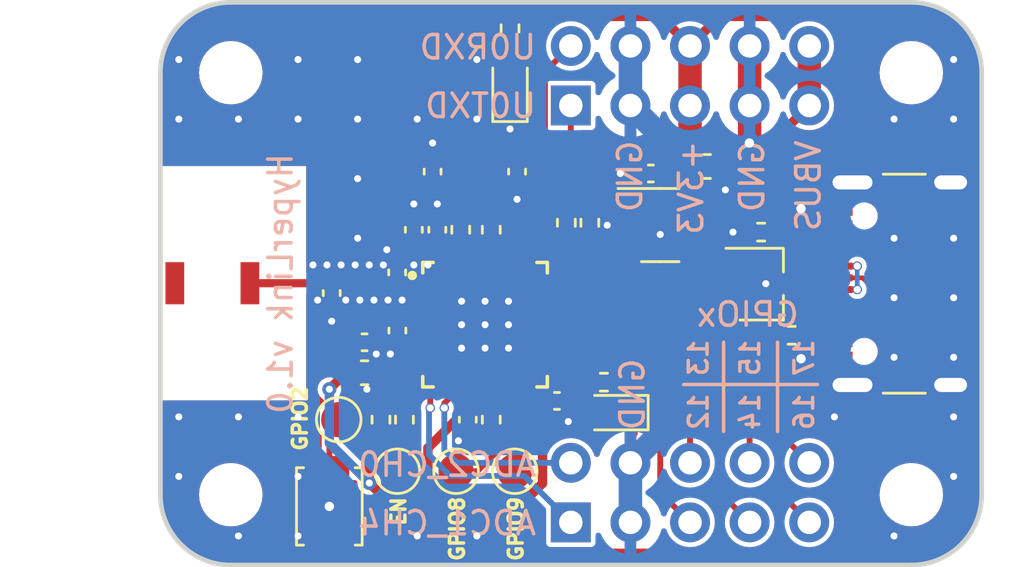
<source format=kicad_pcb>
(kicad_pcb (version 20221018) (generator pcbnew)
  (layers (0 "F.Cu" signal) (31 "B.Cu" signal) (34 "B.Paste" user) (35 "F.Paste" user) (36 "B.SilkS" user "B.Silkscreen") (37 "F.SilkS" user "F.Silkscreen") (38 "B.Mask" user) (39 "F.Mask" user) (44 "Edge.Cuts" user))
  (net 0 "")
  (net 1 "+3V3")
  (net 4 "VBUS")
  (net 5 "GND")
  (net 11 "/USB_D-")
  (net 12 "/USB_D+")
  (net 14 "/GPIO9")
  (net 15 "/GPIO2")
  (net 16 "/EN")
  (net 17 "/RF")
  (net 18 "/ANT")
  (net 19 "/GPIO8")
  (net 20 "/XTAL_P")
  (net 21 "/XTAL_N")
  (net 22 "/XTAL_P_RES")
  (net 23 "/VDD3P3")
  (net 24 "/U0RXD")
  (net 25 "/U0TXD")
  (net 26 "/GPIO12")
  (net 27 "/GPIO13")
  (net 28 "/GPIO14")
  (net 29 "/GPIO15")
  (net 30 "/GPIO16")
  (net 31 "/GPIO17")
  (net 32 "/ADC1_CH4")
  (net 33 "/ADC2_CH0")
  (net 34 "/U0TXD_RES")
  (net 35 "/CC1")
  (net 36 "/CC2")
  (net 38 "/LDO_EN")
  (net 39 "/STATUS_LED_RES")
  (net 40 "/POWER_LED_RES")
  (net 41 "/STATUS_LED")
  (footprint "Package_TO_SOT_SMD:SOT-23-5" (layer "F.Cu") (at 140.3 79.5)
    (fp_text reference "U3" hide)
    (fp_text value "MIC5504-3.3YM5" hide)
  )
  (footprint "Resistor_SMD:R_0402_1005Metric" (layer "F.Cu") (at 144.6 79.8 180)
    (fp_text reference "R7" hide)
    (fp_text value "5k1" hide)
  )
  (footprint "TestPoint:TestPoint_Pad_D1.5mm" (layer "F.Cu") (at 126.6 87.8)
    (fp_text reference "TP4" hide)
    (fp_text value "GPIO2" hide)
  )
  (footprint "MountingHole:MountingHole_2.2mm_M2" (layer "F.Cu") (at 122 73)
    (fp_text reference "H3" hide)
    (fp_text value "MountingHole" hide)
  )
  (footprint "Resistor_SMD:R_0402_1005Metric" (layer "F.Cu") (at 129.4 87.8 90)
    (fp_text reference "R4" hide)
    (fp_text value "10k" hide)
  )
  (footprint "Capacitor_SMD:C_0402_1005Metric" (layer "F.Cu") (at 135.9 87)
    (fp_text reference "C2" hide)
    (fp_text value "100n" hide)
  )
  (footprint "MountingHole:MountingHole_2.2mm_M2" (layer "F.Cu") (at 151 73)
    (fp_text reference "H2" hide)
    (fp_text value "MountingHole" hide)
  )
  (footprint "Resistor_SMD:R_0402_1005Metric" (layer "F.Cu") (at 145.9 84.2 180)
    (fp_text reference "R8" hide)
    (fp_text value "5k1" hide)
  )
  (footprint "Capacitor_SMD:C_0402_1005Metric" (layer "F.Cu") (at 130.6 77.22 90)
    (fp_text reference "C5" hide)
    (fp_text value "10pF" hide)
  )
  (footprint "Capacitor_SMD:C_0603_1608Metric" (layer "F.Cu") (at 142.3 77)
    (fp_text reference "C7" hide)
    (fp_text value "10u" hide)
  )
  (footprint "TestPoint:TestPoint_Pad_D1.5mm" (layer "F.Cu") (at 134.1 90)
    (fp_text reference "TP2" hide)
    (fp_text value "GPIO9" hide)
  )
  (footprint "Capacitor_SMD:C_0603_1608Metric" (layer "F.Cu") (at 127.7 85.8)
    (fp_text reference "C18" hide)
    (fp_text value "10u" hide)
  )
  (footprint "Capacitor_SMD:C_0402_1005Metric" (layer "F.Cu") (at 126.3 82.4 -90)
    (fp_text reference "C14" hide)
    (fp_text value "4p" hide)
  )
  (footprint "Capacitor_SMD:C_0402_1005Metric" (layer "F.Cu") (at 130.8 79.7 90)
    (fp_text reference "C4" hide)
    (fp_text value "1u" hide)
  )
  (footprint "Capacitor_SMD:C_0402_1005Metric" (layer "F.Cu") (at 129.09 81.52 90)
    (fp_text reference "C1" hide)
    (fp_text value "4.7p" hide)
  )
  (footprint "Inductor_SMD:L_0402_1005Metric" (layer "F.Cu") (at 127.7 81.95)
    (fp_text reference "L1" hide)
    (fp_text value "1.8nH" hide)
  )
  (footprint "Resistor_SMD:R_0402_1005Metric" (layer "F.Cu") (at 136.3 79.4 -90)
    (fp_text reference "R9" hide)
    (fp_text value "1k5" hide)
  )
  (footprint "Capacitor_SMD:C_0402_1005Metric" (layer "F.Cu") (at 134.2 77.22 -90)
    (fp_text reference "C6" hide)
    (fp_text value "10pF" hide)
  )
  (footprint "Inductor_SMD:L_0402_1005Metric" (layer "F.Cu") (at 127.7 83.5)
    (fp_text reference "L2" hide)
    (fp_text value "2n" hide)
  )
  (footprint "TestPoint:TestPoint_Pad_D1.5mm" (layer "F.Cu") (at 131.6 90)
    (fp_text reference "TP3" hide)
    (fp_text value "GPIO8" hide)
  )
  (footprint "Resistor_SMD:R_0402_1005Metric" (layer "F.Cu") (at 137.3 79.4 90)
    (fp_text reference "R10" hide)
    (fp_text value "10k" hide)
  )
  (footprint "Connector_USB:USB_C_Receptacle_GCT_USB4105-xx-A_16P_TopMnt_Horizontal" (layer "F.Cu") (at 151.6 82 90)
    (fp_text reference "J1" hide)
    (fp_text value "USB_C_Receptacle_USB2.0" hide)
  )
  (footprint "Capacitor_SMD:C_0402_1005Metric" (layer "F.Cu") (at 129.1 84 -90)
    (fp_text reference "C15" hide)
    (fp_text value "100n" hide)
  )
  (footprint "MountingHole:MountingHole_2.2mm_M2" (layer "F.Cu") (at 151 91)
    (fp_text reference "H1" hide)
    (fp_text value "MountingHole" hide)
  )
  (footprint "Connector_PinHeader_2.54mm:PinHeader_2x05_P2.54mm_Vertical" (layer "F.Cu") (at 136.49 92.18 90)
    (fp_text reference "J2" hide)
    (fp_text value "Conn_02x05_Odd_Even" hide)
  )
  (footprint "Connector_PinHeader_2.54mm:PinHeader_2x05_P2.54mm_Vertical" (layer "F.Cu") (at 136.49 74.4 90)
    (fp_text reference "J3" hide)
    (fp_text value "Conn_02x05_Odd_Even" hide)
  )
  (footprint "Resistor_SMD:R_0402_1005Metric" (layer "F.Cu") (at 137.9 86.2 180)
    (fp_text reference "R11" hide)
    (fp_text value "1k" hide)
  )
  (footprint "Capacitor_SMD:C_0402_1005Metric" (layer "F.Cu") (at 129.8 79.7 90)
    (fp_text reference "C3" hide)
    (fp_text value "10n" hide)
  )
  (footprint "Resistor_SMD:R_0402_1005Metric" (layer "F.Cu") (at 133.1 87.8 90)
    (fp_text reference "R2" hide)
    (fp_text value "10k" hide)
  )
  (footprint "Capacitor_SMD:C_0402_1005Metric" (layer "F.Cu") (at 139.9 77.3 180)
    (fp_text reference "C12" hide)
    (fp_text value "1u" hide)
  )
  (footprint "Resistor_SMD:R_0402_1005Metric" (layer "F.Cu") (at 128.4 87.8 90)
    (fp_text reference "R3" hide)
    (fp_text value "10k" hide)
  )
  (footprint "Resistor_SMD:R_0402_1005Metric" (layer "F.Cu") (at 131.8 79.7 -90)
    (fp_text reference "R6" hide)
    (fp_text value "0R" hide)
  )
  (footprint "Resistor_SMD:R_0402_1005Metric" (layer "F.Cu") (at 133.9 71.11 -90)
    (fp_text reference "R12" hide)
    (fp_text value "1k" hide)
  )
  (footprint "encyclopedia_galactica:ABM11W-30.0000MHZ-7-D1X-T3" (layer "F.Cu") (at 132.400001 77.4 180)
    (fp_text reference "Y1" hide)
    (fp_text value "ABM11W-40.0000MHZ-8-B1U-T3" hide)
  )
  (footprint "Capacitor_SMD:C_0402_1005Metric" (layer "F.Cu") (at 132.1 87.8 -90)
    (fp_text reference "C17" hide)
    (fp_text value "100n" hide)
  )
  (footprint "LED_SMD:LED_0603_1608Metric" (layer "F.Cu") (at 133.9 73.6 90)
    (fp_text reference "D2" hide)
    (fp_text value "LED" hide)
  )
  (footprint "MountingHole:MountingHole_2.2mm_M2" (layer "F.Cu") (at 122 91)
    (fp_text reference "H4" hide)
    (fp_text value "MountingHole" hide)
  )
  (footprint "Package_TO_SOT_SMD:TSOT-23" (layer "F.Cu") (at 144.6 82)
    (fp_text reference "U2" hide)
    (fp_text value "PESD2USB5UXT" hide)
  )
  (footprint "LED_SMD:LED_0603_1608Metric" (layer "F.Cu") (at 138.3 87.5 180)
    (fp_text reference "D1" hide)
    (fp_text value "LED" hide)
  )
  (footprint "encyclopedia_galactica:QFN32_5X5_EXP" (layer "F.Cu") (at 132.834851 83.7487)
    (fp_text reference "U1" hide)
    (fp_text value "ESP32-C3" hide)
  )
  (footprint "Capacitor_SMD:C_0402_1005Metric" (layer "F.Cu") (at 127.7 84.5)
    (fp_text reference "C16" hide)
    (fp_text value "100n" hide)
  )
  (footprint "TestPoint:TestPoint_Pad_D1.5mm" (layer "F.Cu") (at 129.1 90)
    (fp_text reference "TP1" hide)
    (fp_text value "EN" hide)
  )
  (footprint "Button_Switch_SMD:SW_SPST_B3U-1000P" (layer "F.Cu") (at 126.2 91.5 90)
    (fp_text reference "SW1" hide)
    (fp_text value "SW_Push" hide)
  )
  (footprint "encyclopedia_galactica:2108838-1" (layer "F.Cu") (at 118.715 81.98)
    (fp_text reference "AE1" hide)
    (fp_text value "2108838-1" hide)
  )
  (footprint "Resistor_SMD:R_0402_1005Metric" (layer "F.Cu") (at 133.1 79.7 -90)
    (fp_text reference "R5" hide)
    (fp_text value "500R" hide)
  )
  (gr_line (start 143 84.5) (end 143 88.3) (stroke (width 0.15)) (layer "B.SilkS"))
  (gr_line (start 145.3 84.5) (end 145.3 88.3) (stroke (width 0.15)) (layer "B.SilkS"))
  (gr_line (start 141.3 86.3) (end 147 86.3) (stroke (width 0.15)) (layer "B.SilkS"))
  (gr_line locked (start 122.000001 94) (end 151 94) (stroke (width 0.2)) (layer "Edge.Cuts"))
  (gr_arc locked (start 154.000002 91.000001) (mid 153.121322 93.121321) (end 151.000002 94.000001) (stroke (width 0.2)) (layer "Edge.Cuts"))
  (gr_line locked (start 119.000001 72.999999) (end 119 91) (stroke (width 0.2)) (layer "Edge.Cuts"))
  (gr_arc locked (start 151.000002 69.999999) (mid 153.121321 70.878679) (end 154.000002 72.999999) (stroke (width 0.2)) (layer "Edge.Cuts"))
  (gr_arc locked (start 122 94.000001) (mid 119.878673 93.121322) (end 119 91.000001) (stroke (width 0.2)) (layer "Edge.Cuts"))
  (gr_line locked (start 154.000003 73) (end 154.000002 91.000001) (stroke (width 0.2)) (layer "Edge.Cuts"))
  (gr_arc locked (start 119.000001 73) (mid 119.878674 70.878667) (end 122.000001 70) (stroke (width 0.2)) (layer "Edge.Cuts"))
  (gr_line locked (start 122.000001 70) (end 151 70) (stroke (width 0.2)) (layer "Edge.Cuts"))
  (gr_text "ADC1_CH4" (at 135.1 92.8) (layer "B.SilkS") (effects (font (size 1 1)) (justify left bottom mirror)))
  (gr_text "GND" (at 139.6 75.8 90) (layer "B.SilkS") (effects (font (size 1 1)) (justify left bottom mirror)))
  (gr_text "12" (at 142.4 86.6 90) (layer "B.SilkS") (effects (font (size 0.8 0.8)) (justify left bottom mirror)))
  (gr_text "GPIOx" (at 146.3 83.9) (layer "B.SilkS") (effects (font (size 1 1)) (justify left bottom mirror)))
  (gr_text "HyperLink v1.0" (at 124.7 76.35 90) (layer "B.SilkS") (effects (font (size 1 1)) (justify left bottom mirror)))
  (gr_text "17" (at 146.9 84.3 90) (layer "B.SilkS") (effects (font (size 0.8 0.8)) (justify left bottom mirror)))
  (gr_text "15" (at 144.6 84.3 90) (layer "B.SilkS") (effects (font (size 0.8 0.8)) (justify left bottom mirror)))
  (gr_text "13" (at 142.4 84.3 90) (layer "B.SilkS") (effects (font (size 0.8 0.8)) (justify left bottom mirror)))
  (gr_text "U0TXD" (at 135.1 75) (layer "B.SilkS") (effects (font (size 1 1)) (justify left bottom mirror)))
  (gr_text "16" (at 146.9 86.6 90) (layer "B.SilkS") (effects (font (size 0.8 0.8)) (justify left bottom mirror)))
  (gr_text "VBUS" (at 147.2 75.8 90) (layer "B.SilkS") (effects (font (size 1 1)) (justify left bottom mirror)))
  (gr_text "+3V3" (at 142.2 75.8 90) (layer "B.SilkS") (effects (font (size 1 1)) (justify left bottom mirror)))
  (gr_text "ADC2_CH0" (at 135.1 90.3) (layer "B.SilkS") (effects (font (size 1 1)) (justify left bottom mirror)))
  (gr_text "U0RXD" (at 135.1 72.5) (layer "B.SilkS") (effects (font (size 1 1)) (justify left bottom mirror)))
  (gr_text "GND" (at 139.7 85.1 90) (layer "B.SilkS") (effects (font (size 1 1)) (justify left bottom mirror)))
  (gr_text "14" (at 144.6 86.6 90) (layer "B.SilkS") (effects (font (size 0.8 0.8)) (justify left bottom mirror)))
  (gr_text "GND" (at 144.8 75.8 90) (layer "B.SilkS") (effects (font (size 1 1)) (justify left bottom mirror)))
  (gr_text "GPIO9" (at 134.5 93.9 90) (layer "F.SilkS") (effects (font (size 0.6 0.6)) (justify left bottom)))
  (gr_text "GPIO2" (at 125.3 89.2 90) (layer "F.SilkS") (effects (font (size 0.6 0.6)) (justify left bottom)))
  (gr_text "GPIO8" (at 132 93.9 90) (layer "F.SilkS") (effects (font (size 0.6 0.6)) (justify left bottom)))
  (gr_text "EN" (at 129.5 92.4 90) (layer "F.SilkS") (effects (font (size 0.6 0.6)) (justify left bottom)))
  (segment (start 132.11 87.32) (end 132.1 87.32) (width 0.4) (layer "F.Cu") (net 1))
  (segment (start 142.83 70.6) (end 147.325 70.6) (width 0.4) (layer "F.Cu") (net 1))
  (segment (start 132.08485 86.1974) (end 132.08485 87.30485) (width 0.4) (layer "F.Cu") (net 1))
  (segment (start 135.283551 90.516449) (end 133.878 91.922) (width 0.4) (layer "F.Cu") (net 1))
  (segment (start 126.9 85.8) (end 126.925 85.8) (width 0.4) (layer "F.Cu") (net 1))
  (segment (start 130.4 89.009562) (end 130.4 91.2) (width 0.4) (layer "F.Cu") (net 1))
  (segment (start 141.57 78.35) (end 141.4375 78.35) (width 1) (layer "F.Cu") (net 1))
  (segment (start 130.8 80.515149) (end 130.8 80.18) (width 0.4) (layer "F.Cu") (net 1))
  (segment (start 126.2 86.5) (end 126.9 85.8) (width 0.4) (layer "F.Cu") (net 1))
  (segment (start 127.22 84.5) (end 127.22 85.505) (width 0.4) (layer "F.Cu") (net 1))
  (segment (start 132.2 70.6) (end 128.963 73.837) (width 0.4) (layer "F.Cu") (net 1))
  (segment (start 141.57 74.4) (end 141.57 71.86) (width 1) (layer "F.Cu") (net 1))
  (segment (start 141.57 71.86) (end 140.31 70.6) (width 0.4) (layer "F.Cu") (net 1))
  (segment (start 141.57 74.4) (end 141.57 78.35) (width 1) (layer "F.Cu") (net 1))
  (segment (start 127.22 85.505) (end 126.925 85.8) (width 0.4) (layer "F.Cu") (net 1))
  (segment (start 147.325 70.6) (end 148.2 71.475) (width 0.4) (layer "F.Cu") (net 1))
  (segment (start 148.2 92.5) (end 147.2 93.5) (width 0.4) (layer "F.Cu") (net 1))
  (segment (start 135.283551 85.498699) (end 135.283551 90.516449) (width 0.4) (layer "F.Cu") (net 1))
  (segment (start 148.2 71.475) (end 148.2 75.2) (width 0.4) (layer "F.Cu") (net 1))
  (segment (start 131.084852 81.3) (end 131.1 81.3) (width 0.4) (layer "F.Cu") (net 1))
  (segment (start 127.9 90.5) (end 127.9 88.81) (width 0.4) (layer "F.Cu") (net 1))
  (segment (start 147.2 93.5) (end 135.456 93.5) (width 0.4) (layer "F.Cu") (net 1))
  (segment (start 127.9 90.5) (end 128.6 91.2) (width 0.4) (layer "F.Cu") (net 1))
  (segment (start 133.878 91.922) (end 133.156 91.2) (width 0.4) (layer "F.Cu") (net 1))
  (segment (start 141.57 71.86) (end 142.83 70.6) (width 0.4) (layer "F.Cu") (net 1))
  (segment (start 151.7 78.7) (end 151.7 85.3) (width 0.4) (layer "F.Cu") (net 1))
  (segment (start 128.963 73.837) (end 128.963 79.614471) (width 0.4) (layer "F.Cu") (net 1))
  (segment (start 131.1 81.3) (end 131.342425 81.057575) (width 0.4) (layer "F.Cu") (net 1))
  (segment (start 151.7 85.3) (end 148.2 88.8) (width 0.4) (layer "F.Cu") (net 1))
  (segment (start 128.6 91.2) (end 130.4 91.2) (width 0.4) (layer "F.Cu") (net 1))
  (segment (start 131.342425 81.057575) (end 130.8 80.515149) (width 0.4) (layer "F.Cu") (net 1))
  (segment (start 138.513288 76.5) (end 141.47 76.5) (width 0.4) (layer "F.Cu") (net 1))
  (segment (start 133.156 91.2) (end 130.4 91.2) (width 0.4) (layer "F.Cu") (net 1))
  (segment (start 130.8 80.18) (end 129.8 80.18) (width 0.4) (layer "F.Cu") (net 1))
  (segment (start 129.4 88.31) (end 128.4 88.31) (width 0.4) (layer "F.Cu") (net 1))
  (segment (start 136.3 78.713288) (end 138.513288 76.5) (width 0.4) (layer "F.Cu") (net 1))
  (segment (start 127.215 84.495) (end 127.22 84.5) (width 0.4) (layer "F.Cu") (net 1))
  (segment (start 133.1 88.31) (end 132.11 87.32) (width 0.4) (layer "F.Cu") (net 1))
  (segment (start 132.1 87.32) (end 132.089562 87.32) (width 0.4) (layer "F.Cu") (net 1))
  (segment (start 129.528529 80.18) (end 129.8 80.18) (width 0.4) (layer "F.Cu") (net 1))
  (segment (start 140.31 70.6) (end 132.2 70.6) (width 0.4) (layer "F.Cu") (net 1))
  (segment (start 136.3 78.89) (end 136.3 78.713288) (width 0.4) (layer "F.Cu") (net 1))
  (segment (start 135.456 93.5) (end 133.878 91.922) (width 0.4) (layer "F.Cu") (net 1))
  (segment (start 128.963 79.614471) (end 129.528529 80.18) (width 0.4) (layer "F.Cu") (net 1))
  (segment (start 127.9 88.81) (end 128.4 88.31) (width 0.4) (layer "F.Cu") (net 1))
  (segment (start 148.2 75.2) (end 151.7 78.7) (width 0.4) (layer "F.Cu") (net 1))
  (segment (start 148.2 88.8) (end 148.2 92.5) (width 0.4) (layer "F.Cu") (net 1))
  (segment (start 127.215 83.5) (end 127.215 84.495) (width 0.4) (layer "F.Cu") (net 1))
  (segment (start 131.584851 81.3) (end 131.342425 81.057575) (width 0.4) (layer "F.Cu") (net 1))
  (segment (start 132.089562 87.32) (end 130.4 89.009562) (width 0.4) (layer "F.Cu") (net 1))
  (segment (start 132.08485 87.30485) (end 132.1 87.32) (width 0.4) (layer "F.Cu") (net 1))
  (via (at 126.2 86.5) (size 0.6) (drill 0.3) (layers "F.Cu" "B.Cu") (net 1))
  (via (at 127.9 90.5) (size 0.6) (drill 0.3) (layers "F.Cu" "B.Cu") (net 1))
  (segment (start 127.9 90.5) (end 126.2 88.8) (width 0.4) (layer "B.Cu") (net 1))
  (segment (start 126.2 88.8) (end 126.2 86.5) (width 0.4) (layer "B.Cu") (net 1))
  (segment (start 147.92 84.4) (end 148.42434 84.4) (width 0.35) (layer "F.Cu") (net 4))
  (segment (start 149.597 80.77266) (end 148.42434 79.6) (width 0.35) (layer "F.Cu") (net 4))
  (segment (start 148.42434 84.4) (end 149.597 83.22734) (width 0.35) (layer "F.Cu") (net 4))
  (segment (start 145.452 75.598) (end 145.452 79.152) (width 0.4) (layer "F.Cu") (net 4))
  (segment (start 145.9 79.6) (end 145.452 79.152) (width 0.35) (layer "F.Cu") (net 4))
  (segment (start 140.132112 78.55) (end 139.1625 78.55) (width 0.35) (layer "F.Cu") (net 4))
  (segment (start 147.92 79.6) (end 145.9 79.6) (width 0.35) (layer "F.Cu") (net 4))
  (segment (start 149.597 83.22734) (end 149.597 80.77266) (width 0.35) (layer "F.Cu") (net 4))
  (segment (start 148.42434 79.6) (end 147.92 79.6) (width 0.35) (layer "F.Cu") (net 4))
  (segment (start 137.64 78.55) (end 139.1625 78.55) (width 0.25) (layer "F.Cu") (net 4))
  (segment (start 146.65 71.86) (end 146.65 74.4) (width 1) (layer "F.Cu") (net 4))
  (segment (start 137.3 78.89) (end 137.64 78.55) (width 0.25) (layer "F.Cu") (net 4))
  (segment (start 145.452 79.152) (end 140.734112 79.152) (width 0.35) (layer "F.Cu") (net 4))
  (segment (start 140.734112 79.152) (end 140.132112 78.55) (width 0.35) (layer "F.Cu") (net 4))
  (segment (start 140.38 77.3) (end 140.38 78.302112) (width 0.35) (layer "F.Cu") (net 4))
  (segment (start 140.38 78.302112) (end 140.132112 78.55) (width 0.35) (layer "F.Cu") (net 4))
  (segment (start 146.65 74.4) (end 145.452 75.598) (width 0.4) (layer "F.Cu") (net 4))
  (segment (start 147.92 78.8) (end 147.92 78.255) (width 0.4) (layer "F.Cu") (net 5))
  (segment (start 147.92 85.745) (end 148.495 86.32) (width 0.35) (layer "F.Cu") (net 5))
  (segment (start 147.92 85.2) (end 147.92 85.745) (width 0.35) (layer "F.Cu") (net 5))
  (segment (start 128.65 80.55) (end 129.09 80.99) (width 0.4) (layer "F.Cu") (net 5))
  (segment (start 133.9 74.3875) (end 133.9 75.4) (width 0.4) (layer "F.Cu") (net 5))
  (segment (start 139.42 77.3) (end 138.6 77.3) (width 0.4) (layer "F.Cu") (net 5))
  (segment (start 130.8 79.22) (end 130.8 78.6) (width 0.4) (layer "F.Cu") (net 5))
  (segment (start 129.09 80.99) (end 129.09 81.04) (width 0.4) (layer "F.Cu") (net 5))
  (segment (start 131.7 88.7) (end 132.1 88.3) (width 0.4) (layer "F.Cu") (net 5))
  (segment (start 128.2 84.52) (end 128.18 84.5) (width 0.4) (layer "F.Cu") (net 5))
  (segment (start 144.11 74.4) (end 144.11 71.86) (width 1) (layer "F.Cu") (net 5))
  (segment (start 131.590001 76.74) (end 131.763001 76.913) (width 0.2) (layer "F.Cu") (net 5))
  (segment (start 146.3 85.2) (end 147.92 85.2) (width 0.35) (layer "F.Cu") (net 5))
  (segment (start 145.91 82) (end 144.8 82) (width 0.4) (layer "F.Cu") (net 5))
  (segment (start 130.6 76.74) (end 131.590001 76.74) (width 0.2) (layer "F.Cu") (net 5))
  (segment (start 143.075 78) (end 143.075 77) (width 0.4) (layer "F.Cu") (net 5))
  (segment (start 145.39 84.29) (end 146.3 85.2) (width 0.4) (layer "F.Cu") (net 5))
  (segment (start 129.8 79.22) (end 129.8 78.6) (width 0.4) (layer "F.Cu") (net 5))
  (segment (start 126.2 93.2) (end 126.2 91.5) (width 0.4) (layer "F.Cu") (net 5))
  (segment (start 128.2 85) (end 128.2 84.52) (width 0.4) (layer "F.Cu") (net 5))
  (segment (start 143.4 79.8) (end 144.09 79.8) (width 0.4) (layer "F.Cu") (net 5))
  (segment (start 139.0875 87.5) (end 139.0875 89.5825) (width 0.4) (layer "F.Cu") (net 5))
  (segment (start 138.046557 79.5) (end 139.1625 79.5) (width 0.4) (layer "F.Cu") (net 5))
  (segment (start 146.3 78.8) (end 147.92 78.8) (width 0.4) (layer "F.Cu") (net 5))
  (segment (start 145.39 84.2) (end 145.39 84.29) (width 0.4) (layer "F.Cu") (net 5))
  (segment (start 133.224001 77.7) (end 133.037001 77.887) (width 0.2) (layer "F.Cu") (net 5))
  (segment (start 139.0875 89.5825) (end 139.03 89.64) (width 0.4) (layer "F.Cu") (net 5))
  (segment (start 139.9 79.5) (end 139.1625 79.5) (width 0.4) (layer "F.Cu") (net 5))
  (segment (start 128.475 85.825) (end 128.475 85.8) (width 0.4) (layer "F.Cu") (net 5))
  (segment (start 134.2 78.4) (end 134.2 77.7) (width 0.4) (layer "F.Cu") (net 5))
  (segment (start 140.3 79.9) (end 139.9 79.5) (width 0.4) (layer "F.Cu") (net 5))
  (segment (start 136.38 87.88) (end 136.38 87) (width 0.4) (layer "F.Cu") (net 5))
  (segment (start 130.6 76) (end 130.6 76.7) (width 0.4) (layer "F.Cu") (net 5))
  (segment (start 126.3 82.88) (end 126.3 83.6) (width 0.4) (layer "F.Cu") (net 5))
  (segment (start 127.8 86.5) (end 128.475 85.825) (width 0.4) (layer "F.Cu") (net 5))
  (segment (start 147.92 78.255) (end 148.495 77.68) (width 0.4) (layer "F.Cu") (net 5))
  (segment (start 134.2 77.7) (end 133.224001 77.7) (width 0.2) (layer "F.Cu") (net 5))
  (segment (start 138.040639 79.505918) (end 138.046557 79.5) (width 0.4) (layer "F.Cu") (net 5))
  (segment (start 144.11 74.4) (end 144.11 75.99) (width 1) (layer "F.Cu") (net 5))
  (segment (start 128.799503 85) (end 128.799503 84.780497) (width 0.4) (layer "F.Cu") (net 5))
  (segment (start 128.799503 84.780497) (end 129.1 84.48) (width 0.4) (layer "F.Cu") (net 5))
  (segment (start 132.1 88.3) (end 132.1 88.28) (width 0.4) (layer "F.Cu") (net 5))
  (segment (start 144.11 75.99) (end 144.1 76) (width 1) (layer "F.Cu") (net 5))
  (via (at 127.405 74.979999) (size 0.4) (drill 0.3) (layers "F.Cu" "B.Cu") (net 5))
  (via (at 132.485 72.439999) (size 0.4) (drill 0.3) (layers "F.Cu" "B.Cu") (net 5))
  (via (at 122.325 92.759999) (size 0.4) (drill 0.3) (layers "F.Cu" "B.Cu") (net 5))
  (via (at 130.4 81.2) (size 0.4) (drill 0.3) (layers "F.Cu" "B.Cu") (net 5))
  (via (at 128.65 80.55) (size 0.4) (drill 0.3) (layers "F.Cu" "B.Cu") (net 5))
  (via (at 126.9 82.7) (size 0.4) (drill 0.3) (layers "F.Cu" "B.Cu") (net 5))
  (via (at 119.785 72.439999) (size 0.4) (drill 0.3) (layers "F.Cu" "B.Cu") (net 5))
  (via (at 138.6 77.3) (size 0.6) (drill 0.3) (layers "F.Cu" "B.Cu") (net 5))
  (via (at 129.8 81.2) (size 0.4) (drill 0.3) (layers "F.Cu" "B.Cu") (net 5))
  (via (at 152.805 87.679999) (size 0.4) (drill 0.3) (layers "F.Cu" "B.Cu") (net 5))
  (via (at 147.725 87.679999) (size 0.4) (drill 0.3) (layers "F.Cu" "B.Cu") (net 5))
  (via (at 133.9 75.4) (size 0.6) (drill 0.3) (layers "F.Cu" "B.Cu") (net 5))
  (via (at 128.1 82.7) (size 0.4) (drill 0.3) (layers "F.Cu" "B.Cu") (net 5))
  (via (at 124.865 92.759999) (size 0.4) (drill 0.3) (layers "F.Cu" "B.Cu") (net 5))
  (via (at 132.485 74.979999) (size 0.4) (drill 0.3) (layers "F.Cu" "B.Cu") (net 5))
  (via (at 146.3 78.8) (size 0.9) (drill 0.4) (layers "F.Cu" "B.Cu") (net 5))
  (via (at 133.834851 84.7487) (size 0.4) (drill 0.3) (layers "F.Cu" "B.Cu") (net 5))
  (via (at 126.7 81.2) (size 0.4) (drill 0.3) (layers "F.Cu" "B.Cu") (net 5))
  (via (at 134.2 78.4) (size 0.4) (drill 0.3) (layers "F.Cu" "B.Cu") (net 5))
  (via (at 132.834851 83.7487) (size 0.4) (drill 0.3) (layers "F.Cu" "B.Cu") (net 5))
  (via (at 131.834851 84.7487) (size 0.4) (drill 0.3) (layers "F.Cu" "B.Cu") (net 5))
  (via (at 127.5 82.7) (size 0.4) (drill 0.3) (layers "F.Cu" "B.Cu") (net 5))
  (via (at 152.805 74.979999) (size 0.4) (drill 0.3) (layers "F.Cu" "B.Cu") (net 5))
  (via (at 127.405 80.059999) (size 0.4) (drill 0.3) (layers "F.Cu" "B.Cu") (net 5))
  (via (at 136.38 87.88) (size 0.6) (drill 0.3) (layers "F.Cu" "B.Cu") (net 5))
  (via (at 143.075 78) (size 0.6) (drill 0.3) (layers "F.Cu" "B.Cu") (net 5))
  (via (at 138.040639 79.505918) (size 0.6) (drill 0.3) (layers "F.Cu" "B.Cu") (net 5))
  (via (at 131.834851 83.7487) (size 0.4) (drill 0.3) (layers "F.Cu" "B.Cu") (net 5))
  (via (at 124.865 72.439999) (size 0.4) (drill 0.3) (layers "F.Cu" "B.Cu") (net 5))
  (via (at 144.8 82) (size 0.6) (drill 0.3) (layers "F.Cu" "B.Cu") (net 5))
  (via (at 132.834851 82.7487) (size 0.4) (drill 0.3) (layers "F.Cu" "B.Cu") (net 5))
  (via (at 124.865 74.979999) (size 0.4) (drill 0.3) (layers "F.Cu" "B.Cu") (net 5))
  (via (at 130.6 76) (size 0.4) (drill 0.3) (layers "F.Cu" "B.Cu") (net 5))
  (via (at 150.265 74.979999) (size 0.4) (drill 0.3) (layers "F.Cu" "B.Cu") (net 5))
  (via (at 124.865 87.679999) (size 0.4) (drill 0.3) (layers "F.Cu" "B.Cu") (net 5))
  (via (at 126.2 91.5) (size 0.9) (drill 0.4) (layers "F.Cu" "B.Cu") (net 5))
  (via (at 150.265 92.759999) (size 0.4) (drill 0.3) (layers "F.Cu" "B.Cu") (net 5))
  (via (at 128.799503 85) (size 0.4) (drill 0.3) (layers "F.Cu" "B.Cu") (net 5))
  (via (at 127.405 72.439999) (size 0.4) (drill 0.3) (layers "F.Cu" "B.Cu") (net 5))
  (via (at 143.4 79.8) (size 0.6) (drill 0.3) (layers "F.Cu" "B.Cu") (net 5))
  (via (at 119.785 87.679999) (size 0.4) (drill 0.3) (layers "F.Cu" "B.Cu") (net 5))
  (via (at 133.834851 83.7487) (size 0.4) (drill 0.3) (layers "F.Cu" "B.Cu") (net 5))
  (via (at 152.805 90.219999) (size 0.4) (drill 0.3) (layers "F.Cu" "B.Cu") (net 5))
  (via (at 152.805 85.139999) (size 0.4) (drill 0.3) (layers "F.Cu" "B.Cu") (net 5))
  (via (at 131.834851 82.7487) (size 0.4) (drill 0.3) (layers "F.Cu" "B.Cu") (net 5))
  (via (at 127.3 81.2) (size 0.4) (drill 0.3) (layers "F.Cu" "B.Cu") (net 5))
  (via (at 122.325 87.679999) (size 0.4) (drill 0.3) (layers "F.Cu" "B.Cu") (net 5))
  (via (at 119.785 90.219999) (size 0.4) (drill 0.3) (layers "F.Cu" "B.Cu") (net 5))
  (via (at 128.7 82.7) (size 0.4) (drill 0.3) (layers "F.Cu" "B.Cu") (net 5))
  (via (at 152.805 80.059999) (size 0.4) (drill 0.3) (layers "F.Cu" "B.Cu") (net 5))
  (via (at 129.8 78.6) (size 0.4) (drill 0.3) (layers "F.Cu" "B.Cu") (net 5))
  (via (at 132.834851 84.7487) (size 0.4) (drill 0.3) (layers "F.Cu" "B.Cu") (net 5))
  (via (at 122.325 74.979999) (size 0.4) (drill 0.3) (layers "F.Cu" "B.Cu") (net 5))
  (via (at 126.3 83.6) (size 0.4) (drill 0.3) (layers "F.Cu" "B.Cu") (net 5))
  (via (at 152.805 82.599999) (size 0.4) (drill 0.3) (layers "F.Cu" "B.Cu") (net 5))
  (via (at 129.945 92.759999) (size 0.4) (drill 0.3) (layers "F.Cu" "B.Cu") (net 5))
  (via (at 130.8 78.6) (size 0.4) (drill 0.3) (layers "F.Cu" "B.Cu") (net 5))
  (via (at 146.3 85.2) (size 0.9) (drill 0.4) (layers "F.Cu" "B.Cu") (net 5))
  (via (at 125.7 82.7) (size 0.4) (drill 0.3) (layers "F.Cu" "B.Cu") (net 5))
  (via (at 150.265 85.139999) (size 0.4) (drill 0.3) (layers "F.Cu" "B.Cu") (net 5))
  (via (at 140.3 79.9) (size 0.6) (drill 0.3) (layers "F.Cu" "B.Cu") (net 5))
  (via (at 132.485 92.759999) (size 0.4) (drill 0.3) (layers "F.Cu" "B.Cu") (net 5))
  (via (at 128.2 85) (size 0.4) (drill 0.3) (layers "F.Cu" "B.Cu") (net 5))
  (via (at 129.945 74.979999) (size 0.4) (drill 0.3) (layers "F.Cu" "B.Cu") (net 5))
  (via (at 129.3 82.7) (size 0.4) (drill 0.3) (layers "F.Cu" "B.Cu") (net 5))
  (via (at 119.785 74.979999) (size 0.4) (drill 0.3) (layers "F.Cu" "B.Cu") (net 5))
  (via (at 126.099503 81.2) (size 0.4) (drill 0.3) (layers "F.Cu" "B.Cu") (net 5))
  (via (at 144.1 76) (size 0.9) (drill 0.4) (layers "F.Cu" "B.Cu") (net 5))
  (via (at 133.834851 82.7487) (size 0.4) (drill 0.3) (layers "F.Cu" "B.Cu") (net 5))
  (via (at 125.5 81.2) (size 0.4) (drill 0.3) (layers "F.Cu" "B.Cu") (net 5))
  (via (at 131.7 88.7) (size 0.4) (drill 0.3) (layers "F.Cu" "B.Cu") (net 5))
  (via (at 152.805 72.439999) (size 0.4) (drill 0.3) (layers "F.Cu" "B.Cu") (net 5))
  (via (at 127.9 81.2) (size 0.4) (drill 0.3) (layers "F.Cu" "B.Cu") (net 5))
  (via (at 124.865 90.219999) (size 0.4) (drill 0.3) (layers "F.Cu" "B.Cu") (net 5))
  (via (at 128.5 81.2) (size 0.4) (drill 0.3) (layers "F.Cu" "B.Cu") (net 5))
  (via (at 127.8 86.5) (size 0.6) (drill 0.3) (layers "F.Cu" "B.Cu") (net 5))
  (via (at 150.265 80.059999) (size 0.4) (drill 0.3) (layers "F.Cu" "B.Cu") (net 5))
  (via (at 150.265 82.599999) (size 0.4) (drill 0.3) (layers "F.Cu" "B.Cu") (net 5))
  (via (at 127.405 77.519999) (size 0.4) (drill 0.3) (layers "F.Cu" "B.Cu") (net 5))
  (segment (start 143.43 78.8) (end 146.3 78.8) (width 1) (layer "B.Cu") (net 5))
  (segment (start 139.03 92.18) (end 139.03 89.64) (width 1) (layer "B.Cu") (net 5))
  (segment (start 139.03 74.4) (end 139.03 71.86) (width 1) (layer "B.Cu") (net 5))
  (segment (start 143.47 85.2) (end 139.03 89.64) (width 1) (layer "B.Cu") (net 5))
  (segment (start 139.03 74.4) (end 143.43 78.8) (width 1) (layer "B.Cu") (net 5))
  (segment (start 146.3 85.2) (end 143.47 85.2) (width 1) (layer "B.Cu") (net 5))
  (segment (start 151 84.099999) (end 150.9 83.999999) (width 0.4) (layer "B.Cu") (net 5))
  (segment (start 134.58485 81.01515) (end 134.58485 81.3) (width 0.25) (layer "F.Cu") (net 11))
  (segment (start 147.095 82.25) (end 146.768 82.577) (width 0.25) (layer "F.Cu") (net 11))
  (segment (start 134.723 80.877) (end 134.58485 81.01515) (width 0.25) (layer "F.Cu") (net 11))
  (segment (start 143.29 82.95) (end 143.29 82.187) (width 0.2) (layer "F.Cu") (net 11))
  (segment (start 147.92 82.25) (end 147.095 82.25) (width 0.25) (layer "F.Cu") (net 11))
  (segment (start 144.177 82.177) (end 138.500684 82.177) (width 0.25) (layer "F.Cu") (net 11))
  (segment (start 146.768 82.577) (end 144.577 82.577) (width 0.25) (layer "F.Cu") (net 11))
  (segment (start 148.695 81.25) (end 147.92 81.25) (width 0.25) (layer "F.Cu") (net 11))
  (segment (start 137.200684 80.877) (end 134.723 80.877) (width 0.25) (layer "F.Cu") (net 11))
  (segment (start 138.500684 82.177) (end 137.200684 80.877) (width 0.25) (layer "F.Cu") (net 11))
  (segment (start 144.577 82.577) (end 144.177 82.177) (width 0.25) (layer "F.Cu") (net 11))
  (segment (start 148.695 82.25) (end 147.92 82.25) (width 0.25) (layer "F.Cu") (net 11))
  (via (at 148.695 81.25) (size 0.4) (drill 0.3) (layers "F.Cu" "B.Cu") (net 11))
  (via (at 148.695 82.25) (size 0.4) (drill 0.3) (layers "F.Cu" "B.Cu") (net 11))
  (segment (start 148.695 82.25) (end 148.695 81.25) (width 0.2) (layer "B.Cu") (net 11))
  (segment (start 149.195 82.02) (end 149.195 82.52) (width 0.2) (layer "F.Cu") (net 12))
  (segment (start 147.92 81.75) (end 147.095 81.75) (width 0.25) (layer "F.Cu") (net 12))
  (segment (start 147.92 81.75) (end 147.872999 81.797001) (width 0.2) (layer "F.Cu") (net 12))
  (segment (start 148.965 82.75) (end 147.92 82.75) (width 0.2) (layer "F.Cu") (net 12))
  (segment (start 148.925 81.75) (end 149.195 82.02) (width 0.2) (layer "F.Cu") (net 12))
  (segment (start 144.2 81.8) (end 138.656842 81.8) (width 0.25) (layer "F.Cu") (net 12))
  (segment (start 134.084851 80.915149) (end 134.084851 81.3) (width 0.25) (layer "F.Cu") (net 12))
  (segment (start 147.92 81.75) (end 148.925 81.75) (width 0.2) (layer "F.Cu") (net 12))
  (segment (start 144.577 81.423) (end 144.2 81.8) (width 0.25) (layer "F.Cu") (net 12))
  (segment (start 147.095 81.75) (end 146.768 81.423) (width 0.25) (layer "F.Cu") (net 12))
  (segment (start 134.5 80.5) (end 134.084851 80.915149) (width 0.25) (layer "F.Cu") (net 12))
  (segment (start 146.768 81.423) (end 144.577 81.423) (width 0.25) (layer "F.Cu") (net 12))
  (segment (start 136.3 79.91) (end 136.3 80.5) (width 0.25) (layer "F.Cu") (net 12))
  (segment (start 137.356842 80.5) (end 136.3 80.5) (width 0.25) (layer "F.Cu") (net 12))
  (segment (start 136.3 80.5) (end 134.5 80.5) (width 0.25) (layer "F.Cu") (net 12))
  (segment (start 138.656842 81.8) (end 137.356842 80.5) (width 0.25) (layer "F.Cu") (net 12))
  (segment (start 149.195 82.52) (end 148.965 82.75) (width 0.2) (layer "F.Cu") (net 12))
  (segment (start 143.29 81.05) (end 143.29 81.79) (width 0.2) (layer "F.Cu") (net 12))
  (segment (start 134.084851 86.1974) (end 134.084851 87.351692) (width 0.25) (layer "F.Cu") (net 14))
  (segment (start 134.177 87.443841) (end 134.177 89.923) (width 0.25) (layer "F.Cu") (net 14))
  (segment (start 134.177 89.923) (end 134.1 90) (width 0.25) (layer "F.Cu") (net 14))
  (segment (start 134.084851 87.351692) (end 134.177 87.443841) (width 0.25) (layer "F.Cu") (net 14))
  (segment (start 126.2 88.2) (end 126.6 87.8) (width 0.25) (layer "F.Cu") (net 15))
  (segment (start 127.11 87.29) (end 126.6 87.8) (width 0.25) (layer "F.Cu") (net 15))
  (segment (start 128.4 87.29) (end 127.11 87.29) (width 0.25) (layer "F.Cu") (net 15))
  (segment (start 129.323 86.367) (end 128.4 87.29) (width 0.2) (layer "F.Cu") (net 15))
  (segment (start 126.2 89.8) (end 126.2 88.2) (width 0.25) (layer "F.Cu") (net 15))
  (segment (start 129.323 85.190703) (end 129.323 86.367) (width 0.2) (layer "F.Cu") (net 15))
  (segment (start 130.386151 84.498701) (end 130.015002 84.498701) (width 0.2) (layer "F.Cu") (net 15))
  (segment (start 130.015002 84.498701) (end 129.323 85.190703) (width 0.2) (layer "F.Cu") (net 15))
  (segment (start 129.947 89.153) (end 129.1 90) (width 0.2) (layer "F.Cu") (net 16))
  (segment (start 129.947 87.747) (end 129.947 89.153) (width 0.2) (layer "F.Cu") (net 16))
  (segment (start 129.977451 84.9987) (end 129.65 85.326151) (width 0.2) (layer "F.Cu") (net 16))
  (segment (start 130.386151 84.9987) (end 129.977451 84.9987) (width 0.2) (layer "F.Cu") (net 16))
  (segment (start 129.65 87.45) (end 129.947 87.747) (width 0.2) (layer "F.Cu") (net 16))
  (segment (start 129.65 85.326151) (end 129.65 87.45) (width 0.2) (layer "F.Cu") (net 16))
  (segment (start 127.185 81.98) (end 122.815 81.98) (width 0.35) (layer "F.Cu") (net 17))
  (segment (start 127.215 81.95) (end 127.185 81.98) (width 0.35) (layer "F.Cu") (net 17))
  (segment (start 128.2317 81.9967) (end 130.386151 81.9967) (width 0.35) (layer "F.Cu") (net 18))
  (segment (start 128.185 81.95) (end 128.2317 81.9967) (width 0.35) (layer "F.Cu") (net 18))
  (segment (start 133.584852 87.384852) (end 133.584852 86.1974) (width 0.25) (layer "F.Cu") (net 19))
  (segment (start 133.8 88.7) (end 133.8 87.6) (width 0.25) (layer "F.Cu") (net 19))
  (segment (start 133.1 87.29) (end 133.49 87.29) (width 0.25) (layer "F.Cu") (net 19))
  (segment (start 131.6 90) (end 132.5 90) (width 0.25) (layer "F.Cu") (net 19))
  (segment (start 133.49 87.29) (end 133.584852 87.384852) (width 0.25) (layer "F.Cu") (net 19))
  (segment (start 132.5 90) (end 133.8 88.7) (width 0.25) (layer "F.Cu") (net 19))
  (segment (start 133.8 87.6) (end 133.584852 87.384852) (width 0.25) (layer "F.Cu") (net 19))
  (segment (start 131.8 79.19) (end 131.8 77.923999) (width 0.2) (layer "F.Cu") (net 20))
  (segment (start 130.6 77.7) (end 131.576001 77.7) (width 0.2) (layer "F.Cu") (net 20))
  (segment (start 131.576001 77.7) (end 131.763001 77.887) (width 0.2) (layer "F.Cu") (net 20))
  (segment (start 131.8 77.923999) (end 131.763001 77.887) (width 0.2) (layer "F.Cu") (net 20))
  (segment (start 134.2 76.74) (end 133.210001 76.74) (width 0.2) (layer "F.Cu") (net 21))
  (segment (start 132.578 78.578) (end 132.4 78.4) (width 0.15) (layer "F.Cu") (net 21))
  (segment (start 133.210001 76.74) (end 133.037001 76.913) (width 0.2) (layer "F.Cu") (net 21))
  (segment (start 132.4 77.349001) (end 132.836001 76.913) (width 0.15) (layer "F.Cu") (net 21))
  (segment (start 132.836001 76.913) (end 133.037001 76.913) (width 0.15) (layer "F.Cu") (net 21))
  (segment (start 132.4 78.4) (end 132.4 77.349001) (width 0.15) (layer "F.Cu") (net 21))
  (segment (start 132.584851 81.3) (end 132.578 81.293149) (width 0.15) (layer "F.Cu") (net 21))
  (segment (start 132.578 81.293149) (end 132.578 78.578) (width 0.15) (layer "F.Cu") (net 21))
  (segment (start 132.08485 80.69485) (end 131.6 80.21) (width 0.25) (layer "F.Cu") (net 22))
  (segment (start 132.08485 81.3) (end 132.08485 80.69485) (width 0.25) (layer "F.Cu") (net 22))
  (segment (start 128.185 83.5) (end 129.08 83.5) (width 0.4) (layer "F.Cu") (net 23))
  (segment (start 129.898699 82.998699) (end 129.892425 82.992425) (width 0.4) (layer "F.Cu") (net 23))
  (segment (start 130.386151 82.4987) (end 129.892425 82.992425) (width 0.4) (layer "F.Cu") (net 23))
  (segment (start 130.386151 82.998699) (end 129.898699 82.998699) (width 0.4) (layer "F.Cu") (net 23))
  (segment (start 129.08 83.5) (end 129.1 83.52) (width 0.4) (layer "F.Cu") (net 23))
  (segment (start 129.364851 83.52) (end 129.1 83.52) (width 0.4) (layer "F.Cu") (net 23))
  (segment (start 129.892425 82.992425) (end 129.364851 83.52) (width 0.4) (layer "F.Cu") (net 23))
  (segment (start 133.584852 80.615148) (end 136.49 77.71) (width 0.25) (layer "F.Cu") (net 24))
  (segment (start 133.584852 81.3) (end 133.584852 80.615148) (width 0.25) (layer "F.Cu") (net 24))
  (segment (start 136.49 77.71) (end 136.49 74.4) (width 0.25) (layer "F.Cu") (net 24))
  (segment (start 135.388 78.012) (end 135.388 72.962) (width 0.25) (layer "F.Cu") (net 25))
  (segment (start 135.388 72.962) (end 136.49 71.86) (width 0.25) (layer "F.Cu") (net 25))
  (segment (start 134.21 79.19) (end 135.388 78.012) (width 0.25) (layer "F.Cu") (net 25))
  (segment (start 133.1 79.19) (end 134.21 79.19) (width 0.25) (layer "F.Cu") (net 25))
  (segment (start 140.3 90.91) (end 141.57 92.18) (width 0.25) (layer "F.Cu") (net 26))
  (segment (start 140.3 87.175264) (end 140.3 90.91) (width 0.25) (layer "F.Cu") (net 26))
  (segment (start 135.283551 84.498701) (end 137.623437 84.498701) (width 0.25) (layer "F.Cu") (net 26))
  (segment (start 137.623437 84.498701) (end 140.3 87.175264) (width 0.25) (layer "F.Cu") (net 26))
  (segment (start 141.57 87.912106) (end 141.57 89.64) (width 0.25) (layer "F.Cu") (net 27))
  (segment (start 135.283551 83.9987) (end 137.656594 83.9987) (width 0.25) (layer "F.Cu") (net 27))
  (segment (start 137.656594 83.9987) (end 141.57 87.912106) (width 0.25) (layer "F.Cu") (net 27))
  (segment (start 142.022052 87.831) (end 142.231 87.831) (width 0.25) (layer "F.Cu") (net 28))
  (segment (start 142.231 87.831) (end 142.9 88.5) (width 0.25) (layer "F.Cu") (net 28))
  (segment (start 142.9 90.97) (end 144.11 92.18) (width 0.25) (layer "F.Cu") (net 28))
  (segment (start 135.283551 83.4987) (end 137.689752 83.4987) (width 0.25) (layer "F.Cu") (net 28))
  (segment (start 142.9 88.5) (end 142.9 90.97) (width 0.25) (layer "F.Cu") (net 28))
  (segment (start 137.689752 83.4987) (end 142.022052 87.831) (width 0.25) (layer "F.Cu") (net 28))
  (segment (start 144.11 88.243158) (end 144.11 89.64) (width 0.25) (layer "F.Cu") (net 29))
  (segment (start 137.722909 82.998699) (end 142.17821 87.454) (width 0.25) (layer "F.Cu") (net 29))
  (segment (start 143.320842 87.454) (end 144.11 88.243158) (width 0.25) (layer "F.Cu") (net 29))
  (segment (start 135.283551 82.998699) (end 137.722909 82.998699) (width 0.25) (layer "F.Cu") (net 29))
  (segment (start 142.17821 87.454) (end 143.320842 87.454) (width 0.25) (layer "F.Cu") (net 29))
  (segment (start 145.4 90.93) (end 146.65 92.18) (width 0.25) (layer "F.Cu") (net 30))
  (segment (start 143.477 87.077) (end 145.4 89) (width 0.25) (layer "F.Cu") (net 30))
  (segment (start 145.4 89) (end 145.4 90.93) (width 0.25) (layer "F.Cu") (net 30))
  (segment (start 137.756068 82.4987) (end 142.334368 87.077) (width 0.25) (layer "F.Cu") (net 30))
  (segment (start 135.283551 82.4987) (end 137.756068 82.4987) (width 0.25) (layer "F.Cu") (net 30))
  (segment (start 142.334368 87.077) (end 143.477 87.077) (width 0.25) (layer "F.Cu") (net 30))
  (segment (start 142.490526 86.7) (end 143.71 86.7) (width 0.25) (layer "F.Cu") (net 31))
  (segment (start 135.283551 81.998701) (end 137.789227 81.998701) (width 0.25) (layer "F.Cu") (net 31))
  (segment (start 143.71 86.7) (end 146.65 89.64) (width 0.25) (layer "F.Cu") (net 31))
  (segment (start 137.789227 81.998701) (end 142.490526 86.7) (width 0.25) (layer "F.Cu") (net 31))
  (segment (start 130.5 87.3) (end 130.5 86.782252) (width 0.25) (layer "F.Cu") (net 32))
  (segment (start 130.5 86.782252) (end 131.084852 86.1974) (width 0.25) (layer "F.Cu") (net 32))
  (via (at 130.5 87.3) (size 0.4) (drill 0.3) (layers "F.Cu" "B.Cu") (net 32))
  (segment (start 130.448 89.298) (end 131.35 90.2) (width 0.25) (layer "B.Cu") (net 32))
  (segment (start 130.448 87.352) (end 130.448 89.298) (width 0.25) (layer "B.Cu") (net 32))
  (segment (start 130.5 87.3) (end 130.448 87.352) (width 0.25) (layer "B.Cu") (net 32))
  (segment (start 134.51 90.2) (end 136.49 92.18) (width 0.25) (layer "B.Cu") (net 32))
  (segment (start 131.35 90.2) (end 134.51 90.2) (width 0.25) (layer "B.Cu") (net 32))
  (segment (start 131.099503 87.3) (end 131.099503 87.100248) (width 0.25) (layer "F.Cu") (net 33))
  (segment (start 131.099503 87.100248) (end 131.584851 86.6149) (width 0.25) (layer "F.Cu") (net 33))
  (segment (start 131.584851 86.6149) (end 131.584851 86.1974) (width 0.25) (layer "F.Cu") (net 33))
  (via (at 131.099503 87.3) (size 0.4) (drill 0.3) (layers "F.Cu" "B.Cu") (net 33))
  (segment (start 131.099503 87.3) (end 131.099503 89.099503) (width 0.25) (layer "B.Cu") (net 33))
  (segment (start 131.64 89.64) (end 136.49 89.64) (width 0.25) (layer "B.Cu") (net 33))
  (segment (start 131.099503 89.099503) (end 131.64 89.64) (width 0.25) (layer "B.Cu") (net 33))
  (segment (start 133.084851 81.3) (end 133.084851 80.365149) (width 0.25) (layer "F.Cu") (net 34))
  (segment (start 147.095 83.25) (end 146.41 83.935) (width 0.25) (layer "F.Cu") (net 35))
  (segment (start 147.92 83.25) (end 147.095 83.25) (width 0.25) (layer "F.Cu") (net 35))
  (segment (start 146.41 83.935) (end 146.41 84.2) (width 0.25) (layer "F.Cu") (net 35))
  (segment (start 145.56 80.25) (end 147.92 80.25) (width 0.25) (layer "F.Cu") (net 36))
  (segment (start 145.11 79.8) (end 145.56 80.25) (width 0.25) (layer "F.Cu") (net 36))
  (segment (start 137.84 80.45) (end 139.1625 80.45) (width 0.25) (layer "F.Cu") (net 38))
  (segment (start 137.3 79.91) (end 137.84 80.45) (width 0.25) (layer "F.Cu") (net 38))
  (segment (start 137.39 87.3775) (end 137.5125 87.5) (width 0.25) (layer "F.Cu") (net 39))
  (segment (start 137.39 86.2) (end 137.39 87.3775) (width 0.25) (layer "F.Cu") (net 39))
  (segment (start 133.9 71.62) (end 133.9 72.8125) (width 0.25) (layer "F.Cu") (net 40))
  (segment (start 135.283551 84.9987) (end 137.2087 84.9987) (width 0.25) (layer "F.Cu") (net 41))
  (segment (start 137.2087 84.9987) (end 138.41 86.2) (width 0.25) (layer "F.Cu") (net 41))
  (zone locked (net 5) (net_name "GND") (layer "F.Cu") (priority 2) (connect_pads (clearance 0.2)) (min_thickness 0.25) (fill yes (thermal_gap 0.5) (thermal_bridge_width 0.5))
    (polygon (pts (xy 119 76.98) (xy 119 70) (xy 154 70) (xy 154 94) (xy 119 94) (xy 119 86.98) (xy 125.215 86.98) (xy 125.215 76.98)))
  )
  (zone (net 5) (net_name "GND") (layer "B.Cu") (connect_pads (clearance 0.2)) (min_thickness 0.25) (fill yes (thermal_gap 0.5) (thermal_bridge_width 0.5))
    (polygon (pts (xy 119 70) (xy 154 70) (xy 154 94) (xy 119 94)))
  )
)
</source>
